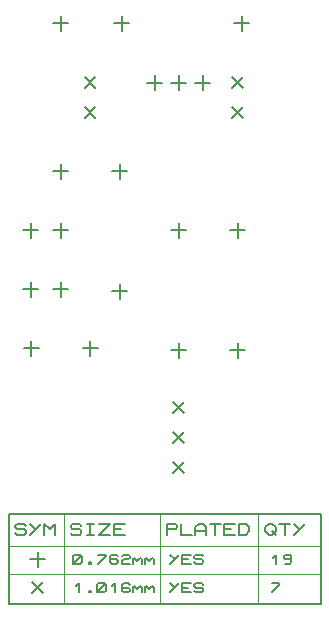
<source format=gbr>
G04 PROTEUS RS274X GERBER FILE*
%FSLAX45Y45*%
%MOMM*%
G01*
%ADD15C,0.203200*%
%ADD16C,0.127000*%
%ADD17C,0.063500*%
D15*
X-8250000Y+7313500D02*
X-8250000Y+7186500D01*
X-8313500Y+7250000D02*
X-8186500Y+7250000D01*
X-8250000Y+6297500D02*
X-8250000Y+6170500D01*
X-8313500Y+6234000D02*
X-8186500Y+6234000D01*
X-8544901Y+8044901D02*
X-8455099Y+7955099D01*
X-8544901Y+7955099D02*
X-8455099Y+8044901D01*
X-8544901Y+7790901D02*
X-8455099Y+7701099D01*
X-8544901Y+7701099D02*
X-8455099Y+7790901D01*
X-8500000Y+5813500D02*
X-8500000Y+5686500D01*
X-8563500Y+5750000D02*
X-8436500Y+5750000D01*
X-9000000Y+5813500D02*
X-9000000Y+5686500D01*
X-9063500Y+5750000D02*
X-8936500Y+5750000D01*
X-8750000Y+7313500D02*
X-8750000Y+7186500D01*
X-8813500Y+7250000D02*
X-8686500Y+7250000D01*
X-8750000Y+8563500D02*
X-8750000Y+8436500D01*
X-8813500Y+8500000D02*
X-8686500Y+8500000D01*
X-7294901Y+7790901D02*
X-7205099Y+7701099D01*
X-7294901Y+7701099D02*
X-7205099Y+7790901D01*
X-7294901Y+8044901D02*
X-7205099Y+7955099D01*
X-7294901Y+7955099D02*
X-7205099Y+8044901D01*
X-7953200Y+8063500D02*
X-7953200Y+7936500D01*
X-8016700Y+8000000D02*
X-7889700Y+8000000D01*
X-7750000Y+8063500D02*
X-7750000Y+7936500D01*
X-7813500Y+8000000D02*
X-7686500Y+8000000D01*
X-7546800Y+8063500D02*
X-7546800Y+7936500D01*
X-7610300Y+8000000D02*
X-7483300Y+8000000D01*
X-7250000Y+6813500D02*
X-7250000Y+6686500D01*
X-7313500Y+6750000D02*
X-7186500Y+6750000D01*
X-7250000Y+5797500D02*
X-7250000Y+5670500D01*
X-7313500Y+5734000D02*
X-7186500Y+5734000D01*
X-8234000Y+8563500D02*
X-8234000Y+8436500D01*
X-8297500Y+8500000D02*
X-8170500Y+8500000D01*
X-7218000Y+8563500D02*
X-7218000Y+8436500D01*
X-7281500Y+8500000D02*
X-7154500Y+8500000D01*
X-7750000Y+6813500D02*
X-7750000Y+6686500D01*
X-7813500Y+6750000D02*
X-7686500Y+6750000D01*
X-7750000Y+5797500D02*
X-7750000Y+5670500D01*
X-7813500Y+5734000D02*
X-7686500Y+5734000D01*
X-7794901Y+5294901D02*
X-7705099Y+5205099D01*
X-7794901Y+5205099D02*
X-7705099Y+5294901D01*
X-7794901Y+5040901D02*
X-7705099Y+4951099D01*
X-7794901Y+4951099D02*
X-7705099Y+5040901D01*
X-7794901Y+4786901D02*
X-7705099Y+4697099D01*
X-7794901Y+4697099D02*
X-7705099Y+4786901D01*
X-8750000Y+6313500D02*
X-8750000Y+6186500D01*
X-8813500Y+6250000D02*
X-8686500Y+6250000D01*
X-9004000Y+6313500D02*
X-9004000Y+6186500D01*
X-9067500Y+6250000D02*
X-8940500Y+6250000D01*
X-8750000Y+6813500D02*
X-8750000Y+6686500D01*
X-8813500Y+6750000D02*
X-8686500Y+6750000D01*
X-9004000Y+6813500D02*
X-9004000Y+6686500D01*
X-9067500Y+6750000D02*
X-8940500Y+6750000D01*
D16*
X-9190500Y+3588840D02*
X-6546360Y+3588840D01*
X-6546360Y+4350840D01*
X-9190500Y+4350840D01*
X-9190500Y+3588840D01*
D17*
X-8723138Y+4350840D02*
X-8723138Y+3588840D01*
X-7910338Y+4350840D02*
X-7910338Y+3588840D01*
X-7077218Y+4350840D02*
X-7077218Y+3588840D01*
X-9190500Y+4077790D02*
X-6546360Y+4077790D01*
X-9190500Y+3836490D02*
X-6546360Y+3836490D01*
D16*
X-9133350Y+4187010D02*
X-9118110Y+4171770D01*
X-9057150Y+4171770D01*
X-9041910Y+4187010D01*
X-9041910Y+4202250D01*
X-9057150Y+4217490D01*
X-9118110Y+4217490D01*
X-9133350Y+4232730D01*
X-9133350Y+4247970D01*
X-9118110Y+4263210D01*
X-9057150Y+4263210D01*
X-9041910Y+4247970D01*
X-8919990Y+4263210D02*
X-9011430Y+4171770D01*
X-9011430Y+4263210D02*
X-8965710Y+4217490D01*
X-8889510Y+4171770D02*
X-8889510Y+4263210D01*
X-8843790Y+4217490D01*
X-8798070Y+4263210D01*
X-8798070Y+4171770D01*
X-8665990Y+4187010D02*
X-8650750Y+4171770D01*
X-8589790Y+4171770D01*
X-8574550Y+4187010D01*
X-8574550Y+4202250D01*
X-8589790Y+4217490D01*
X-8650750Y+4217490D01*
X-8665990Y+4232730D01*
X-8665990Y+4247970D01*
X-8650750Y+4263210D01*
X-8589790Y+4263210D01*
X-8574550Y+4247970D01*
X-8528830Y+4263210D02*
X-8467870Y+4263210D01*
X-8498350Y+4263210D02*
X-8498350Y+4171770D01*
X-8528830Y+4171770D02*
X-8467870Y+4171770D01*
X-8422150Y+4263210D02*
X-8330710Y+4263210D01*
X-8422150Y+4171770D01*
X-8330710Y+4171770D01*
X-8208790Y+4171770D02*
X-8300230Y+4171770D01*
X-8300230Y+4263210D01*
X-8208790Y+4263210D01*
X-8300230Y+4217490D02*
X-8239270Y+4217490D01*
X-7853190Y+4171770D02*
X-7853190Y+4263210D01*
X-7776990Y+4263210D01*
X-7761750Y+4247970D01*
X-7761750Y+4232730D01*
X-7776990Y+4217490D01*
X-7853190Y+4217490D01*
X-7731270Y+4263210D02*
X-7731270Y+4171770D01*
X-7639830Y+4171770D01*
X-7609350Y+4171770D02*
X-7609350Y+4232730D01*
X-7578870Y+4263210D01*
X-7548390Y+4263210D01*
X-7517910Y+4232730D01*
X-7517910Y+4171770D01*
X-7609350Y+4202250D02*
X-7517910Y+4202250D01*
X-7487430Y+4263210D02*
X-7395990Y+4263210D01*
X-7441710Y+4263210D02*
X-7441710Y+4171770D01*
X-7274070Y+4171770D02*
X-7365510Y+4171770D01*
X-7365510Y+4263210D01*
X-7274070Y+4263210D01*
X-7365510Y+4217490D02*
X-7304550Y+4217490D01*
X-7243590Y+4171770D02*
X-7243590Y+4263210D01*
X-7182630Y+4263210D01*
X-7152150Y+4232730D01*
X-7152150Y+4202250D01*
X-7182630Y+4171770D01*
X-7243590Y+4171770D01*
X-7020070Y+4232730D02*
X-6989590Y+4263210D01*
X-6959110Y+4263210D01*
X-6928630Y+4232730D01*
X-6928630Y+4202250D01*
X-6959110Y+4171770D01*
X-6989590Y+4171770D01*
X-7020070Y+4202250D01*
X-7020070Y+4232730D01*
X-6959110Y+4202250D02*
X-6928630Y+4171770D01*
X-6898150Y+4263210D02*
X-6806710Y+4263210D01*
X-6852430Y+4263210D02*
X-6852430Y+4171770D01*
X-6684790Y+4263210D02*
X-6776230Y+4171770D01*
X-6776230Y+4263210D02*
X-6730510Y+4217490D01*
D15*
X-8944120Y+4026990D02*
X-8944120Y+3899990D01*
X-9007620Y+3963490D02*
X-8880620Y+3963490D01*
D16*
X-8646940Y+3938090D02*
X-8646940Y+3988890D01*
X-8634240Y+4001590D01*
X-8583440Y+4001590D01*
X-8570740Y+3988890D01*
X-8570740Y+3938090D01*
X-8583440Y+3925390D01*
X-8634240Y+3925390D01*
X-8646940Y+3938090D01*
X-8646940Y+3925390D02*
X-8570740Y+4001590D01*
X-8507240Y+3938090D02*
X-8494540Y+3938090D01*
X-8494540Y+3925390D01*
X-8507240Y+3925390D01*
X-8507240Y+3938090D01*
X-8431040Y+4001590D02*
X-8367540Y+4001590D01*
X-8367540Y+3988890D01*
X-8431040Y+3925390D01*
X-8265940Y+3988890D02*
X-8278640Y+4001590D01*
X-8316740Y+4001590D01*
X-8329440Y+3988890D01*
X-8329440Y+3938090D01*
X-8316740Y+3925390D01*
X-8278640Y+3925390D01*
X-8265940Y+3938090D01*
X-8265940Y+3950790D01*
X-8278640Y+3963490D01*
X-8329440Y+3963490D01*
X-8227840Y+3988890D02*
X-8215140Y+4001590D01*
X-8177040Y+4001590D01*
X-8164340Y+3988890D01*
X-8164340Y+3976190D01*
X-8177040Y+3963490D01*
X-8215140Y+3963490D01*
X-8227840Y+3950790D01*
X-8227840Y+3925390D01*
X-8164340Y+3925390D01*
X-8138940Y+3925390D02*
X-8138940Y+3976190D01*
X-8138940Y+3963490D02*
X-8126240Y+3976190D01*
X-8100840Y+3950790D01*
X-8075440Y+3976190D01*
X-8062740Y+3963490D01*
X-8062740Y+3925390D01*
X-8037340Y+3925390D02*
X-8037340Y+3976190D01*
X-8037340Y+3963490D02*
X-8024640Y+3976190D01*
X-7999240Y+3950790D01*
X-7973840Y+3976190D01*
X-7961140Y+3963490D01*
X-7961140Y+3925390D01*
X-7745240Y+4001590D02*
X-7821440Y+3925390D01*
X-7821440Y+4001590D02*
X-7783340Y+3963490D01*
X-7643640Y+3925390D02*
X-7719840Y+3925390D01*
X-7719840Y+4001590D01*
X-7643640Y+4001590D01*
X-7719840Y+3963490D02*
X-7669040Y+3963490D01*
X-7618240Y+3938090D02*
X-7605540Y+3925390D01*
X-7554740Y+3925390D01*
X-7542040Y+3938090D01*
X-7542040Y+3950790D01*
X-7554740Y+3963490D01*
X-7605540Y+3963490D01*
X-7618240Y+3976190D01*
X-7618240Y+3988890D01*
X-7605540Y+4001590D01*
X-7554740Y+4001590D01*
X-7542040Y+3988890D01*
X-6950220Y+3976190D02*
X-6924820Y+4001590D01*
X-6924820Y+3925390D01*
X-6797820Y+3976190D02*
X-6810520Y+3963490D01*
X-6848620Y+3963490D01*
X-6861320Y+3976190D01*
X-6861320Y+3988890D01*
X-6848620Y+4001590D01*
X-6810520Y+4001590D01*
X-6797820Y+3988890D01*
X-6797820Y+3938090D01*
X-6810520Y+3925390D01*
X-6848620Y+3925390D01*
D15*
X-8989021Y+3767091D02*
X-8899219Y+3677289D01*
X-8989021Y+3677289D02*
X-8899219Y+3767091D01*
D16*
X-8621540Y+3734890D02*
X-8596140Y+3760290D01*
X-8596140Y+3684090D01*
X-8507240Y+3696790D02*
X-8494540Y+3696790D01*
X-8494540Y+3684090D01*
X-8507240Y+3684090D01*
X-8507240Y+3696790D01*
X-8443740Y+3696790D02*
X-8443740Y+3747590D01*
X-8431040Y+3760290D01*
X-8380240Y+3760290D01*
X-8367540Y+3747590D01*
X-8367540Y+3696790D01*
X-8380240Y+3684090D01*
X-8431040Y+3684090D01*
X-8443740Y+3696790D01*
X-8443740Y+3684090D02*
X-8367540Y+3760290D01*
X-8316740Y+3734890D02*
X-8291340Y+3760290D01*
X-8291340Y+3684090D01*
X-8164340Y+3747590D02*
X-8177040Y+3760290D01*
X-8215140Y+3760290D01*
X-8227840Y+3747590D01*
X-8227840Y+3696790D01*
X-8215140Y+3684090D01*
X-8177040Y+3684090D01*
X-8164340Y+3696790D01*
X-8164340Y+3709490D01*
X-8177040Y+3722190D01*
X-8227840Y+3722190D01*
X-8138940Y+3684090D02*
X-8138940Y+3734890D01*
X-8138940Y+3722190D02*
X-8126240Y+3734890D01*
X-8100840Y+3709490D01*
X-8075440Y+3734890D01*
X-8062740Y+3722190D01*
X-8062740Y+3684090D01*
X-8037340Y+3684090D02*
X-8037340Y+3734890D01*
X-8037340Y+3722190D02*
X-8024640Y+3734890D01*
X-7999240Y+3709490D01*
X-7973840Y+3734890D01*
X-7961140Y+3722190D01*
X-7961140Y+3684090D01*
X-7745240Y+3760290D02*
X-7821440Y+3684090D01*
X-7821440Y+3760290D02*
X-7783340Y+3722190D01*
X-7643640Y+3684090D02*
X-7719840Y+3684090D01*
X-7719840Y+3760290D01*
X-7643640Y+3760290D01*
X-7719840Y+3722190D02*
X-7669040Y+3722190D01*
X-7618240Y+3696790D02*
X-7605540Y+3684090D01*
X-7554740Y+3684090D01*
X-7542040Y+3696790D01*
X-7542040Y+3709490D01*
X-7554740Y+3722190D01*
X-7605540Y+3722190D01*
X-7618240Y+3734890D01*
X-7618240Y+3747590D01*
X-7605540Y+3760290D01*
X-7554740Y+3760290D01*
X-7542040Y+3747590D01*
X-6962920Y+3760290D02*
X-6899420Y+3760290D01*
X-6899420Y+3747590D01*
X-6962920Y+3684090D01*
M02*

</source>
